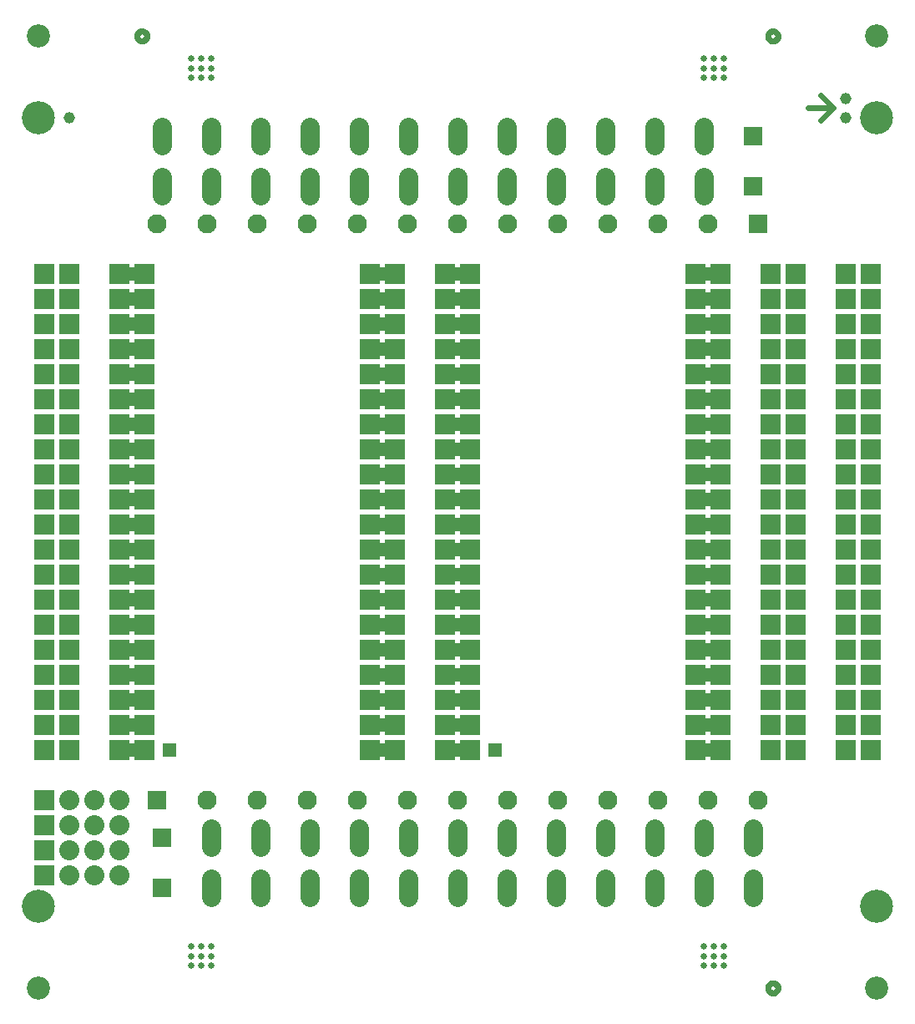
<source format=gts>
G75*
%MOIN*%
%OFA0B0*%
%FSLAX25Y25*%
%IPPOS*%
%LPD*%
%AMOC8*
5,1,8,0,0,1.08239X$1,22.5*
%
%ADD10C,0.13198*%
%ADD11C,0.02400*%
%ADD12C,0.02569*%
%ADD13C,0.09261*%
%ADD14C,0.04537*%
%ADD15R,0.15600X0.05600*%
%ADD16R,0.05600X0.05600*%
%ADD17R,0.08000X0.08000*%
%ADD18C,0.07687*%
%ADD19R,0.07687X0.07687*%
%ADD20C,0.07687*%
%ADD21C,0.08000*%
D10*
X0016427Y0041170D03*
X0016427Y0356131D03*
X0351072Y0356131D03*
X0351072Y0041170D03*
D11*
X0307765Y0008690D02*
X0307767Y0008778D01*
X0307773Y0008866D01*
X0307783Y0008954D01*
X0307797Y0009042D01*
X0307814Y0009128D01*
X0307836Y0009214D01*
X0307861Y0009298D01*
X0307891Y0009382D01*
X0307923Y0009464D01*
X0307960Y0009544D01*
X0308000Y0009623D01*
X0308044Y0009700D01*
X0308091Y0009775D01*
X0308141Y0009847D01*
X0308195Y0009918D01*
X0308251Y0009985D01*
X0308311Y0010051D01*
X0308373Y0010113D01*
X0308439Y0010173D01*
X0308506Y0010229D01*
X0308577Y0010283D01*
X0308649Y0010333D01*
X0308724Y0010380D01*
X0308801Y0010424D01*
X0308880Y0010464D01*
X0308960Y0010501D01*
X0309042Y0010533D01*
X0309126Y0010563D01*
X0309210Y0010588D01*
X0309296Y0010610D01*
X0309382Y0010627D01*
X0309470Y0010641D01*
X0309558Y0010651D01*
X0309646Y0010657D01*
X0309734Y0010659D01*
X0309822Y0010657D01*
X0309910Y0010651D01*
X0309998Y0010641D01*
X0310086Y0010627D01*
X0310172Y0010610D01*
X0310258Y0010588D01*
X0310342Y0010563D01*
X0310426Y0010533D01*
X0310508Y0010501D01*
X0310588Y0010464D01*
X0310667Y0010424D01*
X0310744Y0010380D01*
X0310819Y0010333D01*
X0310891Y0010283D01*
X0310962Y0010229D01*
X0311029Y0010173D01*
X0311095Y0010113D01*
X0311157Y0010051D01*
X0311217Y0009985D01*
X0311273Y0009918D01*
X0311327Y0009847D01*
X0311377Y0009775D01*
X0311424Y0009700D01*
X0311468Y0009623D01*
X0311508Y0009544D01*
X0311545Y0009464D01*
X0311577Y0009382D01*
X0311607Y0009298D01*
X0311632Y0009214D01*
X0311654Y0009128D01*
X0311671Y0009042D01*
X0311685Y0008954D01*
X0311695Y0008866D01*
X0311701Y0008778D01*
X0311703Y0008690D01*
X0311701Y0008602D01*
X0311695Y0008514D01*
X0311685Y0008426D01*
X0311671Y0008338D01*
X0311654Y0008252D01*
X0311632Y0008166D01*
X0311607Y0008082D01*
X0311577Y0007998D01*
X0311545Y0007916D01*
X0311508Y0007836D01*
X0311468Y0007757D01*
X0311424Y0007680D01*
X0311377Y0007605D01*
X0311327Y0007533D01*
X0311273Y0007462D01*
X0311217Y0007395D01*
X0311157Y0007329D01*
X0311095Y0007267D01*
X0311029Y0007207D01*
X0310962Y0007151D01*
X0310891Y0007097D01*
X0310819Y0007047D01*
X0310744Y0007000D01*
X0310667Y0006956D01*
X0310588Y0006916D01*
X0310508Y0006879D01*
X0310426Y0006847D01*
X0310342Y0006817D01*
X0310258Y0006792D01*
X0310172Y0006770D01*
X0310086Y0006753D01*
X0309998Y0006739D01*
X0309910Y0006729D01*
X0309822Y0006723D01*
X0309734Y0006721D01*
X0309646Y0006723D01*
X0309558Y0006729D01*
X0309470Y0006739D01*
X0309382Y0006753D01*
X0309296Y0006770D01*
X0309210Y0006792D01*
X0309126Y0006817D01*
X0309042Y0006847D01*
X0308960Y0006879D01*
X0308880Y0006916D01*
X0308801Y0006956D01*
X0308724Y0007000D01*
X0308649Y0007047D01*
X0308577Y0007097D01*
X0308506Y0007151D01*
X0308439Y0007207D01*
X0308373Y0007267D01*
X0308311Y0007329D01*
X0308251Y0007395D01*
X0308195Y0007462D01*
X0308141Y0007533D01*
X0308091Y0007605D01*
X0308044Y0007680D01*
X0308000Y0007757D01*
X0307960Y0007836D01*
X0307923Y0007916D01*
X0307891Y0007998D01*
X0307861Y0008082D01*
X0307836Y0008166D01*
X0307814Y0008252D01*
X0307797Y0008338D01*
X0307783Y0008426D01*
X0307773Y0008514D01*
X0307767Y0008602D01*
X0307765Y0008690D01*
X0328750Y0354900D02*
X0333750Y0359900D01*
X0328750Y0364900D01*
X0323750Y0359900D02*
X0333750Y0359900D01*
X0307765Y0388611D02*
X0307767Y0388699D01*
X0307773Y0388787D01*
X0307783Y0388875D01*
X0307797Y0388963D01*
X0307814Y0389049D01*
X0307836Y0389135D01*
X0307861Y0389219D01*
X0307891Y0389303D01*
X0307923Y0389385D01*
X0307960Y0389465D01*
X0308000Y0389544D01*
X0308044Y0389621D01*
X0308091Y0389696D01*
X0308141Y0389768D01*
X0308195Y0389839D01*
X0308251Y0389906D01*
X0308311Y0389972D01*
X0308373Y0390034D01*
X0308439Y0390094D01*
X0308506Y0390150D01*
X0308577Y0390204D01*
X0308649Y0390254D01*
X0308724Y0390301D01*
X0308801Y0390345D01*
X0308880Y0390385D01*
X0308960Y0390422D01*
X0309042Y0390454D01*
X0309126Y0390484D01*
X0309210Y0390509D01*
X0309296Y0390531D01*
X0309382Y0390548D01*
X0309470Y0390562D01*
X0309558Y0390572D01*
X0309646Y0390578D01*
X0309734Y0390580D01*
X0309822Y0390578D01*
X0309910Y0390572D01*
X0309998Y0390562D01*
X0310086Y0390548D01*
X0310172Y0390531D01*
X0310258Y0390509D01*
X0310342Y0390484D01*
X0310426Y0390454D01*
X0310508Y0390422D01*
X0310588Y0390385D01*
X0310667Y0390345D01*
X0310744Y0390301D01*
X0310819Y0390254D01*
X0310891Y0390204D01*
X0310962Y0390150D01*
X0311029Y0390094D01*
X0311095Y0390034D01*
X0311157Y0389972D01*
X0311217Y0389906D01*
X0311273Y0389839D01*
X0311327Y0389768D01*
X0311377Y0389696D01*
X0311424Y0389621D01*
X0311468Y0389544D01*
X0311508Y0389465D01*
X0311545Y0389385D01*
X0311577Y0389303D01*
X0311607Y0389219D01*
X0311632Y0389135D01*
X0311654Y0389049D01*
X0311671Y0388963D01*
X0311685Y0388875D01*
X0311695Y0388787D01*
X0311701Y0388699D01*
X0311703Y0388611D01*
X0311701Y0388523D01*
X0311695Y0388435D01*
X0311685Y0388347D01*
X0311671Y0388259D01*
X0311654Y0388173D01*
X0311632Y0388087D01*
X0311607Y0388003D01*
X0311577Y0387919D01*
X0311545Y0387837D01*
X0311508Y0387757D01*
X0311468Y0387678D01*
X0311424Y0387601D01*
X0311377Y0387526D01*
X0311327Y0387454D01*
X0311273Y0387383D01*
X0311217Y0387316D01*
X0311157Y0387250D01*
X0311095Y0387188D01*
X0311029Y0387128D01*
X0310962Y0387072D01*
X0310891Y0387018D01*
X0310819Y0386968D01*
X0310744Y0386921D01*
X0310667Y0386877D01*
X0310588Y0386837D01*
X0310508Y0386800D01*
X0310426Y0386768D01*
X0310342Y0386738D01*
X0310258Y0386713D01*
X0310172Y0386691D01*
X0310086Y0386674D01*
X0309998Y0386660D01*
X0309910Y0386650D01*
X0309822Y0386644D01*
X0309734Y0386642D01*
X0309646Y0386644D01*
X0309558Y0386650D01*
X0309470Y0386660D01*
X0309382Y0386674D01*
X0309296Y0386691D01*
X0309210Y0386713D01*
X0309126Y0386738D01*
X0309042Y0386768D01*
X0308960Y0386800D01*
X0308880Y0386837D01*
X0308801Y0386877D01*
X0308724Y0386921D01*
X0308649Y0386968D01*
X0308577Y0387018D01*
X0308506Y0387072D01*
X0308439Y0387128D01*
X0308373Y0387188D01*
X0308311Y0387250D01*
X0308251Y0387316D01*
X0308195Y0387383D01*
X0308141Y0387454D01*
X0308091Y0387526D01*
X0308044Y0387601D01*
X0308000Y0387678D01*
X0307960Y0387757D01*
X0307923Y0387837D01*
X0307891Y0387919D01*
X0307861Y0388003D01*
X0307836Y0388087D01*
X0307814Y0388173D01*
X0307797Y0388259D01*
X0307783Y0388347D01*
X0307773Y0388435D01*
X0307767Y0388523D01*
X0307765Y0388611D01*
X0055796Y0388611D02*
X0055798Y0388699D01*
X0055804Y0388787D01*
X0055814Y0388875D01*
X0055828Y0388963D01*
X0055845Y0389049D01*
X0055867Y0389135D01*
X0055892Y0389219D01*
X0055922Y0389303D01*
X0055954Y0389385D01*
X0055991Y0389465D01*
X0056031Y0389544D01*
X0056075Y0389621D01*
X0056122Y0389696D01*
X0056172Y0389768D01*
X0056226Y0389839D01*
X0056282Y0389906D01*
X0056342Y0389972D01*
X0056404Y0390034D01*
X0056470Y0390094D01*
X0056537Y0390150D01*
X0056608Y0390204D01*
X0056680Y0390254D01*
X0056755Y0390301D01*
X0056832Y0390345D01*
X0056911Y0390385D01*
X0056991Y0390422D01*
X0057073Y0390454D01*
X0057157Y0390484D01*
X0057241Y0390509D01*
X0057327Y0390531D01*
X0057413Y0390548D01*
X0057501Y0390562D01*
X0057589Y0390572D01*
X0057677Y0390578D01*
X0057765Y0390580D01*
X0057853Y0390578D01*
X0057941Y0390572D01*
X0058029Y0390562D01*
X0058117Y0390548D01*
X0058203Y0390531D01*
X0058289Y0390509D01*
X0058373Y0390484D01*
X0058457Y0390454D01*
X0058539Y0390422D01*
X0058619Y0390385D01*
X0058698Y0390345D01*
X0058775Y0390301D01*
X0058850Y0390254D01*
X0058922Y0390204D01*
X0058993Y0390150D01*
X0059060Y0390094D01*
X0059126Y0390034D01*
X0059188Y0389972D01*
X0059248Y0389906D01*
X0059304Y0389839D01*
X0059358Y0389768D01*
X0059408Y0389696D01*
X0059455Y0389621D01*
X0059499Y0389544D01*
X0059539Y0389465D01*
X0059576Y0389385D01*
X0059608Y0389303D01*
X0059638Y0389219D01*
X0059663Y0389135D01*
X0059685Y0389049D01*
X0059702Y0388963D01*
X0059716Y0388875D01*
X0059726Y0388787D01*
X0059732Y0388699D01*
X0059734Y0388611D01*
X0059732Y0388523D01*
X0059726Y0388435D01*
X0059716Y0388347D01*
X0059702Y0388259D01*
X0059685Y0388173D01*
X0059663Y0388087D01*
X0059638Y0388003D01*
X0059608Y0387919D01*
X0059576Y0387837D01*
X0059539Y0387757D01*
X0059499Y0387678D01*
X0059455Y0387601D01*
X0059408Y0387526D01*
X0059358Y0387454D01*
X0059304Y0387383D01*
X0059248Y0387316D01*
X0059188Y0387250D01*
X0059126Y0387188D01*
X0059060Y0387128D01*
X0058993Y0387072D01*
X0058922Y0387018D01*
X0058850Y0386968D01*
X0058775Y0386921D01*
X0058698Y0386877D01*
X0058619Y0386837D01*
X0058539Y0386800D01*
X0058457Y0386768D01*
X0058373Y0386738D01*
X0058289Y0386713D01*
X0058203Y0386691D01*
X0058117Y0386674D01*
X0058029Y0386660D01*
X0057941Y0386650D01*
X0057853Y0386644D01*
X0057765Y0386642D01*
X0057677Y0386644D01*
X0057589Y0386650D01*
X0057501Y0386660D01*
X0057413Y0386674D01*
X0057327Y0386691D01*
X0057241Y0386713D01*
X0057157Y0386738D01*
X0057073Y0386768D01*
X0056991Y0386800D01*
X0056911Y0386837D01*
X0056832Y0386877D01*
X0056755Y0386921D01*
X0056680Y0386968D01*
X0056608Y0387018D01*
X0056537Y0387072D01*
X0056470Y0387128D01*
X0056404Y0387188D01*
X0056342Y0387250D01*
X0056282Y0387316D01*
X0056226Y0387383D01*
X0056172Y0387454D01*
X0056122Y0387526D01*
X0056075Y0387601D01*
X0056031Y0387678D01*
X0055991Y0387757D01*
X0055954Y0387837D01*
X0055922Y0387919D01*
X0055892Y0388003D01*
X0055867Y0388087D01*
X0055845Y0388173D01*
X0055828Y0388259D01*
X0055814Y0388347D01*
X0055804Y0388435D01*
X0055798Y0388523D01*
X0055796Y0388611D01*
D12*
X0077450Y0379753D03*
X0077450Y0375816D03*
X0077450Y0371879D03*
X0081387Y0371879D03*
X0081387Y0375816D03*
X0081387Y0379753D03*
X0085324Y0379753D03*
X0085324Y0375816D03*
X0085324Y0371879D03*
X0282175Y0371879D03*
X0286112Y0371879D03*
X0286112Y0375816D03*
X0286112Y0379753D03*
X0282175Y0379753D03*
X0282175Y0375816D03*
X0290049Y0375816D03*
X0290049Y0379753D03*
X0290049Y0371879D03*
X0290049Y0025422D03*
X0290049Y0021485D03*
X0290049Y0017548D03*
X0286112Y0017548D03*
X0286112Y0021485D03*
X0286112Y0025422D03*
X0282175Y0025422D03*
X0282175Y0021485D03*
X0282175Y0017548D03*
X0085324Y0017548D03*
X0081387Y0017548D03*
X0077450Y0017548D03*
X0077450Y0021485D03*
X0077450Y0025422D03*
X0081387Y0025422D03*
X0081387Y0021485D03*
X0085324Y0021485D03*
X0085324Y0025422D03*
D13*
X0016427Y0008690D03*
X0351072Y0008690D03*
X0351072Y0388611D03*
X0016427Y0388611D03*
D14*
X0028750Y0356150D03*
X0338750Y0356150D03*
X0338750Y0363650D03*
D15*
X0283750Y0293650D03*
X0283750Y0283650D03*
X0283750Y0273650D03*
X0283750Y0263650D03*
X0283750Y0253650D03*
X0283750Y0243650D03*
X0283750Y0233650D03*
X0283750Y0223650D03*
X0283750Y0213650D03*
X0283750Y0203650D03*
X0283750Y0193650D03*
X0283750Y0183650D03*
X0283750Y0173650D03*
X0283750Y0163650D03*
X0283750Y0153650D03*
X0283750Y0143650D03*
X0283750Y0133650D03*
X0283750Y0123650D03*
X0283750Y0113650D03*
X0283750Y0103650D03*
X0183750Y0103650D03*
X0183750Y0113650D03*
X0183750Y0123650D03*
X0183750Y0133650D03*
X0183750Y0143650D03*
X0183750Y0153650D03*
X0183750Y0163650D03*
X0183750Y0173650D03*
X0183750Y0183650D03*
X0183750Y0193650D03*
X0183750Y0203650D03*
X0183750Y0213650D03*
X0183750Y0223650D03*
X0183750Y0233650D03*
X0183750Y0243650D03*
X0183750Y0253650D03*
X0183750Y0263650D03*
X0183750Y0273650D03*
X0183750Y0283650D03*
X0183750Y0293650D03*
X0153750Y0293650D03*
X0153750Y0283650D03*
X0153750Y0273650D03*
X0153750Y0263650D03*
X0153750Y0253650D03*
X0153750Y0243650D03*
X0153750Y0233650D03*
X0153750Y0223650D03*
X0153750Y0213650D03*
X0153750Y0203650D03*
X0153750Y0193650D03*
X0153750Y0183650D03*
X0153750Y0173650D03*
X0153750Y0163650D03*
X0153750Y0153650D03*
X0153750Y0143650D03*
X0153750Y0133650D03*
X0153750Y0123650D03*
X0153750Y0113650D03*
X0153750Y0103650D03*
X0053750Y0103650D03*
X0053750Y0113650D03*
X0053750Y0123650D03*
X0053750Y0133650D03*
X0053750Y0143650D03*
X0053750Y0153650D03*
X0053750Y0163650D03*
X0053750Y0173650D03*
X0053750Y0183650D03*
X0053750Y0193650D03*
X0053750Y0203650D03*
X0053750Y0213650D03*
X0053750Y0223650D03*
X0053750Y0233650D03*
X0053750Y0243650D03*
X0053750Y0253650D03*
X0053750Y0263650D03*
X0053750Y0273650D03*
X0053750Y0283650D03*
X0053750Y0293650D03*
D16*
X0068750Y0103650D03*
X0198750Y0103650D03*
D17*
X0188750Y0103650D03*
X0188750Y0113650D03*
X0188750Y0123650D03*
X0188750Y0133650D03*
X0188750Y0143650D03*
X0188750Y0153650D03*
X0188750Y0163650D03*
X0188750Y0173650D03*
X0188750Y0183650D03*
X0188750Y0193650D03*
X0188750Y0203650D03*
X0188750Y0213650D03*
X0188750Y0223650D03*
X0188750Y0233650D03*
X0188750Y0243650D03*
X0188750Y0253650D03*
X0188750Y0263650D03*
X0188750Y0273650D03*
X0188750Y0283650D03*
X0188750Y0293650D03*
X0178750Y0293650D03*
X0178750Y0283650D03*
X0178750Y0273650D03*
X0178750Y0263650D03*
X0178750Y0253650D03*
X0178750Y0243650D03*
X0178750Y0233650D03*
X0178750Y0223650D03*
X0178750Y0213650D03*
X0178750Y0203650D03*
X0178750Y0193650D03*
X0178750Y0183650D03*
X0178750Y0173650D03*
X0178750Y0163650D03*
X0178750Y0153650D03*
X0178750Y0143650D03*
X0178750Y0133650D03*
X0178750Y0123650D03*
X0178750Y0113650D03*
X0178750Y0103650D03*
X0158750Y0103650D03*
X0158750Y0113650D03*
X0158750Y0123650D03*
X0158750Y0133650D03*
X0158750Y0143650D03*
X0158750Y0153650D03*
X0158750Y0163650D03*
X0158750Y0173650D03*
X0158750Y0183650D03*
X0158750Y0193650D03*
X0158750Y0203650D03*
X0158750Y0213650D03*
X0158750Y0223650D03*
X0158750Y0233650D03*
X0158750Y0243650D03*
X0158750Y0253650D03*
X0158750Y0263650D03*
X0158750Y0273650D03*
X0158750Y0283650D03*
X0158750Y0293650D03*
X0148750Y0293650D03*
X0148750Y0283650D03*
X0148750Y0273650D03*
X0148750Y0263650D03*
X0148750Y0253650D03*
X0148750Y0243650D03*
X0148750Y0233650D03*
X0148750Y0223650D03*
X0148750Y0213650D03*
X0148750Y0203650D03*
X0148750Y0193650D03*
X0148750Y0183650D03*
X0148750Y0173650D03*
X0148750Y0163650D03*
X0148750Y0153650D03*
X0148750Y0143650D03*
X0148750Y0133650D03*
X0148750Y0123650D03*
X0148750Y0113650D03*
X0148750Y0103650D03*
X0058750Y0103650D03*
X0058750Y0113650D03*
X0058750Y0123650D03*
X0058750Y0133650D03*
X0058750Y0143650D03*
X0058750Y0153650D03*
X0058750Y0163650D03*
X0058750Y0173650D03*
X0058750Y0183650D03*
X0058750Y0193650D03*
X0058750Y0203650D03*
X0058750Y0213650D03*
X0058750Y0223650D03*
X0058750Y0233650D03*
X0058750Y0243650D03*
X0058750Y0253650D03*
X0058750Y0263650D03*
X0058750Y0273650D03*
X0058750Y0283650D03*
X0058750Y0293650D03*
X0048750Y0293650D03*
X0048750Y0283650D03*
X0048750Y0273650D03*
X0048750Y0263650D03*
X0048750Y0253650D03*
X0048750Y0243650D03*
X0048750Y0233650D03*
X0048750Y0223650D03*
X0048750Y0213650D03*
X0048750Y0203650D03*
X0048750Y0193650D03*
X0048750Y0183650D03*
X0048750Y0173650D03*
X0048750Y0163650D03*
X0048750Y0153650D03*
X0048750Y0143650D03*
X0048750Y0133650D03*
X0048750Y0123650D03*
X0048750Y0113650D03*
X0048750Y0103650D03*
X0028750Y0103650D03*
X0028750Y0113650D03*
X0018750Y0113650D03*
X0018750Y0103650D03*
X0018750Y0083650D03*
X0018750Y0073650D03*
X0018750Y0063650D03*
X0018750Y0053650D03*
X0018750Y0123650D03*
X0028750Y0123650D03*
X0028750Y0133650D03*
X0018750Y0133650D03*
X0018750Y0143650D03*
X0028750Y0143650D03*
X0028750Y0153650D03*
X0018750Y0153650D03*
X0018750Y0163650D03*
X0028750Y0163650D03*
X0028750Y0173650D03*
X0018750Y0173650D03*
X0018750Y0183650D03*
X0028750Y0183650D03*
X0028750Y0193650D03*
X0018750Y0193650D03*
X0018750Y0203650D03*
X0028750Y0203650D03*
X0028750Y0213650D03*
X0018750Y0213650D03*
X0018750Y0223650D03*
X0028750Y0223650D03*
X0028750Y0233650D03*
X0018750Y0233650D03*
X0018750Y0243650D03*
X0028750Y0243650D03*
X0028750Y0253650D03*
X0018750Y0253650D03*
X0018750Y0263650D03*
X0028750Y0263650D03*
X0028750Y0273650D03*
X0018750Y0273650D03*
X0018750Y0283650D03*
X0028750Y0283650D03*
X0028750Y0293650D03*
X0018750Y0293650D03*
X0278750Y0293650D03*
X0278750Y0283650D03*
X0288750Y0283650D03*
X0288750Y0293650D03*
X0288750Y0273650D03*
X0288750Y0263650D03*
X0288750Y0253650D03*
X0288750Y0243650D03*
X0288750Y0233650D03*
X0288750Y0223650D03*
X0288750Y0213650D03*
X0288750Y0203650D03*
X0288750Y0193650D03*
X0288750Y0183650D03*
X0288750Y0173650D03*
X0288750Y0163650D03*
X0288750Y0153650D03*
X0288750Y0143650D03*
X0288750Y0133650D03*
X0288750Y0123650D03*
X0288750Y0113650D03*
X0288750Y0103650D03*
X0278750Y0103650D03*
X0278750Y0113650D03*
X0278750Y0123650D03*
X0278750Y0133650D03*
X0278750Y0143650D03*
X0278750Y0153650D03*
X0278750Y0163650D03*
X0278750Y0173650D03*
X0278750Y0183650D03*
X0278750Y0193650D03*
X0278750Y0203650D03*
X0278750Y0213650D03*
X0278750Y0223650D03*
X0278750Y0233650D03*
X0278750Y0243650D03*
X0278750Y0253650D03*
X0278750Y0263650D03*
X0278750Y0273650D03*
X0308750Y0273650D03*
X0318750Y0273650D03*
X0318750Y0263650D03*
X0308750Y0263650D03*
X0308750Y0253650D03*
X0318750Y0253650D03*
X0318750Y0243650D03*
X0308750Y0243650D03*
X0308750Y0233650D03*
X0318750Y0233650D03*
X0318750Y0223650D03*
X0308750Y0223650D03*
X0308750Y0213650D03*
X0318750Y0213650D03*
X0318750Y0203650D03*
X0308750Y0203650D03*
X0308750Y0193650D03*
X0318750Y0193650D03*
X0318750Y0183650D03*
X0308750Y0183650D03*
X0308750Y0173650D03*
X0318750Y0173650D03*
X0318750Y0163650D03*
X0308750Y0163650D03*
X0308750Y0153650D03*
X0318750Y0153650D03*
X0318750Y0143650D03*
X0308750Y0143650D03*
X0308750Y0133650D03*
X0318750Y0133650D03*
X0318750Y0123650D03*
X0308750Y0123650D03*
X0308750Y0113650D03*
X0318750Y0113650D03*
X0318750Y0103650D03*
X0308750Y0103650D03*
X0338750Y0103650D03*
X0338750Y0113650D03*
X0348750Y0113650D03*
X0348750Y0103650D03*
X0348750Y0123650D03*
X0348750Y0133650D03*
X0348750Y0143650D03*
X0348750Y0153650D03*
X0348750Y0163650D03*
X0348750Y0173650D03*
X0348750Y0183650D03*
X0348750Y0193650D03*
X0348750Y0203650D03*
X0348750Y0213650D03*
X0348750Y0223650D03*
X0348750Y0233650D03*
X0348750Y0243650D03*
X0348750Y0253650D03*
X0348750Y0263650D03*
X0348750Y0273650D03*
X0348750Y0283650D03*
X0348750Y0293650D03*
X0338750Y0293650D03*
X0338750Y0283650D03*
X0338750Y0273650D03*
X0338750Y0263650D03*
X0338750Y0253650D03*
X0338750Y0243650D03*
X0338750Y0233650D03*
X0338750Y0223650D03*
X0338750Y0213650D03*
X0338750Y0203650D03*
X0338750Y0193650D03*
X0338750Y0183650D03*
X0338750Y0173650D03*
X0338750Y0163650D03*
X0338750Y0153650D03*
X0338750Y0143650D03*
X0338750Y0133650D03*
X0338750Y0123650D03*
X0318750Y0283650D03*
X0318750Y0293650D03*
X0308750Y0293650D03*
X0308750Y0283650D03*
D18*
X0282175Y0325107D02*
X0282175Y0332194D01*
X0282175Y0345107D02*
X0282175Y0352194D01*
X0262490Y0352194D02*
X0262490Y0345107D01*
X0262490Y0332194D02*
X0262490Y0325107D01*
X0242805Y0325107D02*
X0242805Y0332194D01*
X0242805Y0345107D02*
X0242805Y0352194D01*
X0223120Y0352194D02*
X0223120Y0345107D01*
X0223120Y0332194D02*
X0223120Y0325107D01*
X0203435Y0325107D02*
X0203435Y0332194D01*
X0203435Y0345107D02*
X0203435Y0352194D01*
X0183750Y0352194D02*
X0183750Y0345107D01*
X0183750Y0332194D02*
X0183750Y0325107D01*
X0164064Y0325107D02*
X0164064Y0332194D01*
X0164064Y0345107D02*
X0164064Y0352194D01*
X0144379Y0352194D02*
X0144379Y0345107D01*
X0144379Y0332194D02*
X0144379Y0325107D01*
X0124694Y0325107D02*
X0124694Y0332194D01*
X0124694Y0345107D02*
X0124694Y0352194D01*
X0105009Y0352194D02*
X0105009Y0345107D01*
X0105009Y0332194D02*
X0105009Y0325107D01*
X0085324Y0325107D02*
X0085324Y0332194D01*
X0085324Y0345107D02*
X0085324Y0352194D01*
X0065639Y0352194D02*
X0065639Y0345107D01*
X0065639Y0332194D02*
X0065639Y0325107D01*
X0085324Y0072194D02*
X0085324Y0065107D01*
X0085324Y0052194D02*
X0085324Y0045107D01*
X0105009Y0045107D02*
X0105009Y0052194D01*
X0105009Y0065107D02*
X0105009Y0072194D01*
X0124694Y0072194D02*
X0124694Y0065107D01*
X0124694Y0052194D02*
X0124694Y0045107D01*
X0144379Y0045107D02*
X0144379Y0052194D01*
X0144379Y0065107D02*
X0144379Y0072194D01*
X0164064Y0072194D02*
X0164064Y0065107D01*
X0164064Y0052194D02*
X0164064Y0045107D01*
X0183750Y0045107D02*
X0183750Y0052194D01*
X0183750Y0065107D02*
X0183750Y0072194D01*
X0203435Y0072194D02*
X0203435Y0065107D01*
X0203435Y0052194D02*
X0203435Y0045107D01*
X0223120Y0045107D02*
X0223120Y0052194D01*
X0223120Y0065107D02*
X0223120Y0072194D01*
X0242805Y0072194D02*
X0242805Y0065107D01*
X0242805Y0052194D02*
X0242805Y0045107D01*
X0262490Y0045107D02*
X0262490Y0052194D01*
X0262490Y0065107D02*
X0262490Y0072194D01*
X0282175Y0072194D02*
X0282175Y0065107D01*
X0282175Y0052194D02*
X0282175Y0045107D01*
X0301860Y0045107D02*
X0301860Y0052194D01*
X0301860Y0065107D02*
X0301860Y0072194D01*
D19*
X0303750Y0313650D03*
X0301860Y0328650D03*
X0301860Y0348650D03*
X0063750Y0083650D03*
X0065639Y0068650D03*
X0065639Y0048650D03*
D20*
X0083750Y0083650D03*
X0103750Y0083650D03*
X0123750Y0083650D03*
X0143750Y0083650D03*
X0163750Y0083650D03*
X0183750Y0083650D03*
X0203750Y0083650D03*
X0223750Y0083650D03*
X0243750Y0083650D03*
X0263750Y0083650D03*
X0283750Y0083650D03*
X0303750Y0083650D03*
X0283750Y0313650D03*
X0263750Y0313650D03*
X0243750Y0313650D03*
X0223750Y0313650D03*
X0203750Y0313650D03*
X0183750Y0313650D03*
X0163750Y0313650D03*
X0143750Y0313650D03*
X0123750Y0313650D03*
X0103750Y0313650D03*
X0083750Y0313650D03*
X0063750Y0313650D03*
D21*
X0048750Y0083650D03*
X0048750Y0073650D03*
X0048750Y0063650D03*
X0048750Y0053650D03*
X0038750Y0053650D03*
X0038750Y0063650D03*
X0038750Y0073650D03*
X0038750Y0083650D03*
X0028750Y0083650D03*
X0028750Y0073650D03*
X0028750Y0063650D03*
X0028750Y0053650D03*
M02*

</source>
